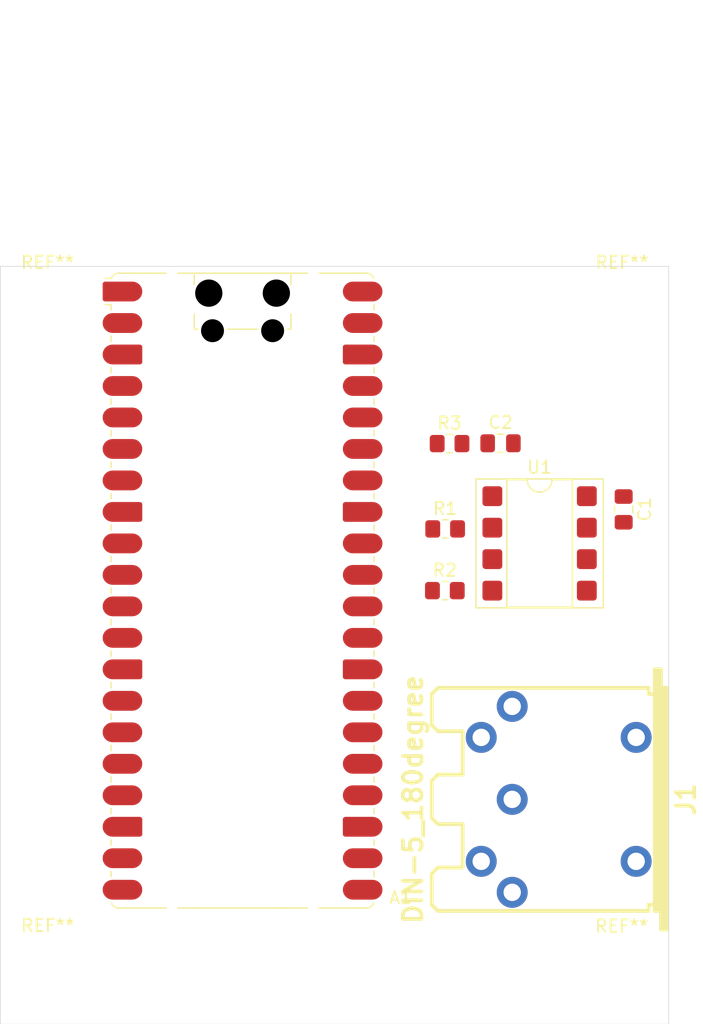
<source format=kicad_pcb>
(kicad_pcb (version 20241229) (generator "pcbnew") (generator_version "9.0")
  (layers (0 "F.Cu" signal) (2 "B.Cu" signal) (13 "F.Paste" user) (15 "B.Paste" user) (5 "F.SilkS" user "F.Silkscreen") (7 "B.SilkS" user "B.Silkscreen") (1 "F.Mask" user) (3 "B.Mask" user) (25 "Edge.Cuts" user))
  (net 0 "")
  (net 3 "+5V")
  (net 8 "Net-(A1-GND-Pad13)")
  (net 18 "KC87_REC_PICO")
  (net 24 "RECORD_SIGNAL")
  (net 35 "GND")
  (net 38 "PLAY_SINGAL")
  (net 40 "Net-(U1-1IN-)")
  (net 41 "+3.3V")
  (footprint "Resistor_SMD:R_0805_2012Metric_Pad1.20x1.40mm_HandSolder" (layer "F.Cu") (at 145.288 107.4166)
    (property "Reference" "R2" (at 0 -1.65 0) (layer "F.SilkS"))
    (property "Value" "1k")
    (fp_line (start -0.227064 -0.735) (end 0.227064 -0.735) (stroke (width 0.12)) (layer "F.SilkS"))
    (fp_line (start -0.227064 0.735) (end 0.227064 0.735) (stroke (width 0.12)) (layer "F.SilkS"))
    (pad "1" smd roundrect (at -1 0) (size 1.2 1.4) (layers "F.Cu" "F.Mask" "F.Paste") (roundrect_rratio 0.208333) (net 40 "Net-(U1-1IN-)"))
    (pad "2" smd roundrect (at 1 0) (size 1.2 1.4) (layers "F.Cu" "F.Mask" "F.Paste") (roundrect_rratio 0.208333) (net 35 "GND"))
  )
  (footprint "Resistor_SMD:R_0805_2012Metric_Pad1.20x1.40mm_HandSolder" (layer "F.Cu") (at 145.669 95.5548)
    (property "Reference" "R3" (at 0 -1.65 0) (layer "F.SilkS"))
    (property "Value" "10k")
    (fp_line (start -0.227064 -0.735) (end 0.227064 -0.735) (stroke (width 0.12)) (layer "F.SilkS"))
    (fp_line (start -0.227064 0.735) (end 0.227064 0.735) (stroke (width 0.12)) (layer "F.SilkS"))
    (pad "1" smd roundrect (at -1 0) (size 1.2 1.4) (layers "F.Cu" "F.Mask" "F.Paste") (roundrect_rratio 0.208333) (net 41 "+3.3V"))
    (pad "2" smd roundrect (at 1 0) (size 1.2 1.4) (layers "F.Cu" "F.Mask" "F.Paste") (roundrect_rratio 0.208333) (net 18 "KC87_REC_PICO"))
  )
  (footprint "Capacitor_SMD:C_0805_2012Metric_Pad1.18x1.45mm_HandSolder" (layer "F.Cu") (at 149.7799 95.5294)
    (property "Reference" "C2" (at 0 -1.68 0) (layer "F.SilkS"))
    (property "Value" "100p")
    (fp_line (start -0.261252 -0.735) (end 0.261252 -0.735) (stroke (width 0.12)) (layer "F.SilkS"))
    (fp_line (start -0.261252 0.735) (end 0.261252 0.735) (stroke (width 0.12)) (layer "F.SilkS"))
    (pad "1" smd roundrect (at -1.0375 0) (size 1.175 1.45) (layers "F.Cu" "F.Mask" "F.Paste") (roundrect_rratio 0.212766) (net 18 "KC87_REC_PICO"))
    (pad "2" smd roundrect (at 1.0375 0) (size 1.175 1.45) (layers "F.Cu" "F.Mask" "F.Paste") (roundrect_rratio 0.212766) (net 35 "GND"))
  )
  (footprint "MountingHole:MountingHole_3.2mm_M3" (layer "F.Cu") (at 159.5882 85.09)
    (property "Reference" "REF**" (at 0 -4.15 0) (layer "F.SilkS"))
    (property "Value" "MountingHole_3.2mm_M3" (hide yes))
    (pad "" np_thru_hole circle (at 0 0) (size 3.2 3.2) (drill 3.2) (layers "*.Cu" "*.Mask"))
  )
  (footprint "MountingHole:MountingHole_3.2mm_M3" (layer "F.Cu") (at 159.5628 138.6332)
    (property "Reference" "REF**" (at 0 -4.15 0) (layer "F.SilkS"))
    (property "Value" "MountingHole_3.2mm_M3" (hide yes))
    (pad "" np_thru_hole circle (at 0 0) (size 3.2 3.2) (drill 3.2) (layers "*.Cu" "*.Mask"))
  )
  (footprint "Resistor_SMD:R_0805_2012Metric_Pad1.20x1.40mm_HandSolder" (layer "F.Cu") (at 145.3134 102.4382)
    (property "Reference" "R1" (at 0 -1.65 0) (layer "F.SilkS"))
    (property "Value" "82k")
    (fp_line (start -0.227064 -0.735) (end 0.227064 -0.735) (stroke (width 0.12)) (layer "F.SilkS"))
    (fp_line (start -0.227064 0.735) (end 0.227064 0.735) (stroke (width 0.12)) (layer "F.SilkS"))
    (pad "1" smd roundrect (at -1 0) (size 1.2 1.4) (layers "F.Cu" "F.Mask" "F.Paste") (roundrect_rratio 0.208333) (net 3 "+5V"))
    (pad "2" smd roundrect (at 1 0) (size 1.2 1.4) (layers "F.Cu" "F.Mask" "F.Paste") (roundrect_rratio 0.208333) (net 40 "Net-(U1-1IN-)"))
  )
  (footprint "Package_DIP:DIP-8_W7.62mm_SMDSocket_SmallPads" (layer "F.Cu") (at 152.9334 103.6066)
    (property "Reference" "U1" (at 0 -6.14 0) (layer "F.SilkS"))
    (property "Value" "LM293P")
    (fp_line (start -2.65 -5.14) (end -2.65 5.14) (stroke (width 0.12)) (layer "F.SilkS"))
    (fp_line (start -2.65 5.14) (end 2.65 5.14) (stroke (width 0.12)) (layer "F.SilkS"))
    (fp_line (start -1 -5.14) (end -2.65 -5.14) (stroke (width 0.12)) (layer "F.SilkS"))
    (fp_line (start 2.65 -5.14) (end 1 -5.14) (stroke (width 0.12)) (layer "F.SilkS"))
    (fp_line (start 2.65 5.14) (end 2.65 -5.14) (stroke (width 0.12)) (layer "F.SilkS"))
    (fp_rect (start -5.14 -5.2) (end 5.14 5.2) (stroke (width 0.12)) (fill no) (layer "F.SilkS"))
    (fp_arc (start 1 -5.14) (mid 0 -4.14) (end -1 -5.14) (stroke (width 0.12)) (layer "F.SilkS"))
    (pad "1" smd roundrect (at -3.81 -3.81) (size 1.6 1.6) (layers "F.Cu" "F.Mask" "F.Paste") (roundrect_rratio 0.15625) (net 18 "KC87_REC_PICO"))
    (pad "2" smd roundrect (at -3.81 -1.27) (size 1.6 1.6) (layers "F.Cu" "F.Mask" "F.Paste") (roundrect_rratio 0.15625) (net 40 "Net-(U1-1IN-)"))
    (pad "3" smd roundrect (at -3.81 1.27) (size 1.6 1.6) (layers "F.Cu" "F.Mask" "F.Paste") (roundrect_rratio 0.15625) (net 24 "RECORD_SIGNAL"))
    (pad "4" smd roundrect (at -3.81 3.81) (size 1.6 1.6) (layers "F.Cu" "F.Mask" "F.Paste") (roundrect_rratio 0.15625) (net 35 "GND"))
    (pad "5" smd roundrect (at 3.81 3.81) (size 1.6 1.6) (layers "F.Cu" "F.Mask" "F.Paste") (roundrect_rratio 0.15625) (net 35 "GND"))
    (pad "6" smd roundrect (at 3.81 1.27) (size 1.6 1.6) (layers "F.Cu" "F.Mask" "F.Paste") (roundrect_rratio 0.15625) (net 35 "GND"))
    (pad "7" smd roundrect (at 3.81 -1.27) (size 1.6 1.6) (layers "F.Cu" "F.Mask" "F.Paste") (roundrect_rratio 0.15625))
    (pad "8" smd roundrect (at 3.81 -3.81) (size 1.6 1.6) (layers "F.Cu" "F.Mask" "F.Paste") (roundrect_rratio 0.15625) (net 3 "+5V"))
  )
  (footprint "connector_tk:din-5" (layer "F.Cu") (at 153.7236 124.2568 90)
    (property "Reference" "J1" (at 0 11 90) (layer "F.SilkS") (effects (font (size 1.5 1.5) (thickness 0.3))))
    (property "Value" "DIN-5_180degree" (at 0 -11 90) (layer "F.SilkS") (effects (font (size 1.5 1.5) (thickness 0.3))))
    (fp_line (start 8.49884 -9.4996) (end 6.49986 -9.4996) (stroke (width 0.3048)) (layer "F.SilkS"))
    (fp_line (start 6.49986 -9.4996) (end 5.99948 -9.4996) (stroke (width 0.3048)) (layer "F.SilkS"))
    (fp_line (start 5.99948 -9.4996) (end 5.4991 -8.99922) (stroke (width 0.3048)) (layer "F.SilkS"))
    (fp_line (start 1.50114 -9.4996) (end 1.99898 -8.99922) (stroke (width 0.3048)) (layer "F.SilkS"))
    (fp_line (start -1.50114 -9.4996) (end 1.50114 -9.4996) (stroke (width 0.3048)) (layer "F.SilkS"))
    (fp_line (start -1.50114 -9.4996) (end -1.99898 -8.99922) (stroke (width 0.3048)) (layer "F.SilkS"))
    (fp_line (start -5.99948 -9.4996) (end -5.4991 -8.99922) (stroke (width 0.3048)) (layer "F.SilkS"))
    (fp_line (start -8.49884 -9.4996) (end -5.99948 -9.4996) (stroke (width 0.3048)) (layer "F.SilkS"))
    (fp_line (start 8.99922 -8.99922) (end 8.49884 -9.4996) (stroke (width 0.3048)) (layer "F.SilkS"))
    (fp_line (start 8.99922 -8.99922) (end 8.99922 8.001) (stroke (width 0.3048)) (layer "F.SilkS"))
    (fp_line (start 5.4991 -8.99922) (end 5.4991 -7.00024) (stroke (width 0.3048)) (layer "F.SilkS"))
    (fp_line (start 1.99898 -8.99922) (end 1.99898 -7.00024) (stroke (width 0.3048)) (layer "F.SilkS"))
    (fp_line (start -1.99898 -8.99922) (end -1.99898 -7.00024) (stroke (width 0.3048)) (layer "F.SilkS"))
    (fp_line (start -5.4991 -8.99922) (end -5.4991 -7.00024) (stroke (width 0.3048)) (layer "F.SilkS"))
    (fp_line (start -8.99922 -8.99922) (end -8.49884 -9.4996) (stroke (width 0.3048)) (layer "F.SilkS"))
    (fp_line (start -8.99922 -8.99922) (end -8.99922 8.001) (stroke (width 0.3048)) (layer "F.SilkS"))
    (fp_line (start 5.4991 -7.00024) (end 1.99898 -7.00024) (stroke (width 0.3048)) (layer "F.SilkS"))
    (fp_line (start -5.4991 -7.00024) (end -1.99898 -7.00024) (stroke (width 0.3048)) (layer "F.SilkS"))
    (fp_line (start 8.99922 8.001) (end 8.49884 8.001) (stroke (width 0.3048)) (layer "F.SilkS"))
    (fp_line (start -8.49884 8.001) (end -8.49884 8.49884) (stroke (width 0.3048)) (layer "F.SilkS"))
    (fp_line (start -8.99922 8.001) (end -8.49884 8.001) (stroke (width 0.3048)) (layer "F.SilkS"))
    (fp_line (start 10.50036 8.49884) (end 10.50036 8.99922) (stroke (width 0.3048)) (layer "F.SilkS"))
    (fp_line (start 8.49884 8.49884) (end 8.49884 8.001) (stroke (width 0.3048)) (layer "F.SilkS"))
    (fp_line (start -8.99922 8.49884) (end 10.50036 8.49884) (stroke (width 0.3048)) (layer "F.SilkS"))
    (fp_line (start -8.99922 8.7503) (end 10.50036 8.7503) (stroke (width 0.3048)) (layer "F.SilkS"))
    (fp_line (start 10.50036 8.99922) (end 8.99922 8.99922) (stroke (width 0.3048)) (layer "F.SilkS"))
    (fp_line (start 8.99922 8.99922) (end -8.99922 8.99922) (stroke (width 0.3048)) (layer "F.SilkS"))
    (fp_line (start 8.99922 8.99922) (end 8.99922 9.4996) (stroke (width 0.3048)) (layer "F.SilkS"))
    (fp_line (start -8.99922 8.99922) (end -8.99922 8.49884) (stroke (width 0.3048)) (layer "F.SilkS"))
    (fp_line (start -10.50036 8.99922) (end -8.99922 8.99922) (stroke (width 0.3048)) (layer "F.SilkS"))
    (fp_line (start -10.50036 9.25068) (end 8.99922 9.25068) (stroke (width 0.3048)) (layer "F.SilkS"))
    (fp_line (start 8.99922 9.4996) (end -10.50036 9.4996) (stroke (width 0.3048)) (layer "F.SilkS"))
    (fp_line (start -10.50036 9.4996) (end -10.50036 8.99922) (stroke (width 0.3048)) (layer "F.SilkS"))
    (pad "1" thru_hole circle (at 7.5 -3 90) (size 2.5 2.5) (drill 1.4) (layers "*.Cu" "*.Mask") (net 24 "RECORD_SIGNAL"))
    (pad "2" thru_hole circle (at 0 -3 90) (size 2.5 2.5) (drill 1.4) (layers "*.Cu" "*.Mask") (net 35 "GND"))
    (pad "3" thru_hole circle (at -7.5 -3 90) (size 2.5 2.5) (drill 1.4) (layers "*.Cu" "*.Mask") (net 38 "PLAY_SINGAL"))
    (pad "4" thru_hole circle (at 5 -5.5 90) (size 2.5 2.5) (drill 1.4) (layers "*.Cu" "*.Mask"))
    (pad "5" thru_hole circle (at -5 -5.5 90) (size 2.5 2.5) (drill 1.4) (layers "*.Cu" "*.Mask"))
    (pad "6" thru_hole circle (at -5 7 90) (size 2.5 2.5) (drill 1.4) (layers "*.Cu" "*.Mask"))
    (pad "6" thru_hole circle (at 5 7 90) (size 2.5 2.5) (drill 1.4) (layers "*.Cu" "*.Mask"))
  )
  (footprint "MountingHole:MountingHole_3.2mm_M3" (layer "F.Cu") (at 113.2332 85.09)
    (property "Reference" "REF**" (at 0 -4.15 0) (layer "F.SilkS"))
    (property "Value" "MountingHole_3.2mm_M3" (hide yes))
    (pad "" np_thru_hole circle (at 0 0) (size 3.2 3.2) (drill 3.2) (layers "*.Cu" "*.Mask"))
  )
  (footprint "MountingHole:MountingHole_3.2mm_M3" (layer "F.Cu") (at 113.2586 138.5824)
    (property "Reference" "REF**" (at 0 -4.15 0) (layer "F.SilkS"))
    (property "Value" "MountingHole_3.2mm_M3" (hide yes))
    (pad "" np_thru_hole circle (at 0 0) (size 3.2 3.2) (drill 3.2) (layers "*.Cu" "*.Mask"))
  )
  (footprint "Module:RaspberryPi_Pico_Common_SMD" (layer "F.Cu") (at 128.9686 107.4166)
    (property "Reference" "A1" (at 11.7475 24.765 0) (layer "F.SilkS") (effects (justify left)))
    (property "Value" "RaspberryPi_Pico")
    (fp_line (start -10.61 -23.07) (end -11.09 -23.07) (stroke (width 0.12)) (layer "F.SilkS"))
    (fp_line (start -10.61 -23.07) (end -10.61 -22.65) (stroke (width 0.12)) (layer "F.SilkS"))
    (fp_line (start -10.61 -20.53) (end -10.61 -20.11) (stroke (width 0.12)) (layer "F.SilkS"))
    (fp_line (start -10.61 -17.99) (end -10.61 -17.57) (stroke (width 0.12)) (layer "F.SilkS"))
    (fp_line (start -10.61 -15.45) (end -10.61 -15.03) (stroke (width 0.12)) (layer "F.SilkS"))
    (fp_line (start -10.61 -12.91) (end -10.61 -12.49) (stroke (width 0.12)) (layer "F.SilkS"))
    (fp_line (start -10.61 -10.37) (end -10.61 -9.95) (stroke (width 0.12)) (layer "F.SilkS"))
    (fp_line (start -10.61 -7.83) (end -10.61 -7.41) (stroke (width 0.12)) (layer "F.SilkS"))
    (fp_line (start -10.61 -5.29) (end -10.61 -4.87) (stroke (width 0.12)) (layer "F.SilkS"))
    (fp_line (start -10.61 -2.75) (end -10.61 -2.33) (stroke (width 0.12)) (layer "F.SilkS"))
    (fp_line (start -10.61 -0.21) (end -10.61 0.21) (stroke (width 0.12)) (layer "F.SilkS"))
    (fp_line (start -10.61 2.33) (end -10.61 2.75) (stroke (width 0.12)) (layer "F.SilkS"))
    (fp_line (start -10.61 4.87) (end -10.61 5.29) (stroke (width 0.12)) (layer "F.SilkS"))
    (fp_line (start -10.61 7.41) (end -10.61 7.83) (stroke (width 0.12)) (layer "F.SilkS"))
    (fp_line (start -10.61 9.95) (end -10.61 10.37) (stroke (width 0.12)) (layer "F.SilkS"))
    (fp_line (start -10.61 12.49) (end -10.61 12.91) (stroke (width 0.12)) (layer "F.SilkS"))
    (fp_line (start -10.61 15.03) (end -10.61 15.45) (stroke (width 0.12)) (layer "F.SilkS"))
    (fp_line (start -10.61 17.57) (end -10.61 17.99) (stroke (width 0.12)) (layer "F.SilkS"))
    (fp_line (start -10.61 20.11) (end -10.61 20.53) (stroke (width 0.12)) (layer "F.SilkS"))
    (fp_line (start -10.61 22.65) (end -10.61 23.07) (stroke (width 0.12)) (layer "F.SilkS"))
    (fp_line (start -10.579676 -25.19) (end -11.09 -25.19) (stroke (width 0.12)) (layer "F.SilkS"))
    (fp_line (start -10 -25.61) (end -7.51 -25.61) (stroke (width 0.12)) (layer "F.SilkS"))
    (fp_line (start -10 25.61) (end -6.162061 25.61) (stroke (width 0.12)) (layer "F.SilkS"))
    (fp_line (start -7.51 -25.61) (end -6.16206 -25.61) (stroke (width 0.12)) (layer "F.SilkS"))
    (fp_line (start -5.237939 -25.61) (end -4.235 -25.61) (stroke (width 0.12)) (layer "F.SilkS"))
    (fp_line (start -4.235 -25.61) (end 4.235 -25.61) (stroke (width 0.12)) (layer "F.SilkS"))
    (fp_line (start -3.9 -25.61) (end -3.9 -24.694) (stroke (width 0.12)) (layer "F.SilkS"))
    (fp_line (start -3.9 -22.306) (end -3.9 -21.09) (stroke (width 0.12)) (layer "F.SilkS"))
    (fp_line (start -3.9 -21.09) (end -3.60391 -21.09) (stroke (width 0.12)) (layer "F.SilkS"))
    (fp_line (start -3.6 25.61) (end -5.237939 25.61) (stroke (width 0.12)) (layer "F.SilkS"))
    (fp_line (start -1.24609 -21.09) (end 1.24609 -21.09) (stroke (width 0.12)) (layer "F.SilkS"))
    (fp_line (start 3.6 25.61) (end -3.6 25.61) (stroke (width 0.12)) (layer "F.SilkS"))
    (fp_line (start 3.60391 -21.09) (end 3.9 -21.09) (stroke (width 0.12)) (layer "F.SilkS"))
    (fp_line (start 3.9 -25.61) (end 3.9 -24.694) (stroke (width 0.12)) (layer "F.SilkS"))
    (fp_line (start 3.9 -22.306) (end 3.9 -21.09) (stroke (width 0.12)) (layer "F.SilkS"))
    (fp_line (start 4.235 -25.61) (end 5.237939 -25.61) (stroke (width 0.12)) (layer "F.SilkS"))
    (fp_line (start 5.237939 25.61) (end 3.6 25.61) (stroke (width 0.12)) (layer "F.SilkS"))
    (fp_line (start 6.162061 -25.61) (end 7.51 -25.61) (stroke (width 0.12)) (layer "F.SilkS"))
    (fp_line (start 6.162061 25.61) (end 10 25.61) (stroke (width 0.12)) (layer "F.SilkS"))
    (fp_line (start 10 -25.61) (end 7.51 -25.61) (stroke (width 0.12)) (layer "F.SilkS"))
    (fp_line (start 10.61 -23.07) (end 10.61 -22.65) (stroke (width 0.12)) (layer "F.SilkS"))
    (fp_line (start 10.61 -20.53) (end 10.61 -20.11) (stroke (width 0.12)) (layer "F.SilkS"))
    (fp_line (start 10.61 -17.99) (end 10.61 -17.57) (stroke (width 0.12)) (layer "F.SilkS"))
    (fp_line (start 10.61 -15.45) (end 10.61 -15.03) (stroke (width 0.12)) (layer "F.SilkS"))
    (fp_line (start 10.61 -12.91) (end 10.61 -12.49) (stroke (width 0.12)) (layer "F.SilkS"))
    (fp_line (start 10.61 -10.37) (end 10.61 -9.95) (stroke (width 0.12)) (layer "F.SilkS"))
    (fp_line (start 10.61 -7.83) (end 10.61 -7.41) (stroke (width 0.12)) (layer "F.SilkS"))
    (fp_line (start 10.61 -5.29) (end 10.61 -4.87) (stroke (width 0.12)) (layer "F.SilkS"))
    (fp_line (start 10.61 -2.75) (end 10.61 -2.33) (stroke (width 0.12)) (layer "F.SilkS"))
    (fp_line (start 10.61 -0.21) (end 10.61 0.21) (stroke (width 0.12)) (layer "F.SilkS"))
    (fp_line (start 10.61 2.33) (end 10.61 2.75) (stroke (width 0.12)) (layer "F.SilkS"))
    (fp_line (start 10.61 4.87) (end 10.61 5.29) (stroke (width 0.12)) (layer "F.SilkS"))
    (fp_line (start 10.61 7.41) (end 10.61 7.83) (stroke (width 0.12)) (layer "F.SilkS"))
    (fp_line (start 10.61 9.95) (end 10.61 10.37) (stroke (width 0.12)) (layer "F.SilkS"))
    (fp_line (start 10.61 12.49) (end 10.61 12.91) (stroke (width 0.12)) (layer "F.SilkS"))
    (fp_line (start 10.61 15.03) (end 10.61 15.45) (stroke (width 0.12)) (layer "F.SilkS"))
    (fp_line (start 10.61 17.57) (end 10.61 17.99) (stroke (width 0.12)) (layer "F.SilkS"))
    (fp_line (start 10.61 20.11) (end 10.61 20.53) (stroke (width 0.12)) (layer "F.SilkS"))
    (fp_line (start 10.61 22.65) (end 10.61 23.07) (stroke (width 0.12)) (layer "F.SilkS"))
    (fp_arc (start -10.579676 -25.19) (mid -10.357938 -25.493944) (end -10 -25.61) (stroke (width 0.12)) (layer "F.SilkS"))
    (fp_arc (start -10 25.61) (mid -10.357937 25.493944) (end -10.579676 25.189937) (stroke (width 0.12)) (layer "F.SilkS"))
    (fp_arc (start 10 -25.61) (mid 10.357937 -25.493944) (end 10.579676 -25.189937) (stroke (width 0.12)) (layer "F.SilkS"))
    (fp_arc (start 10.579676 25.189937) (mid 10.357946 25.493957) (end 10 25.61) (stroke (width 0.12)) (layer "F.SilkS"))
    (pad "" smd rect (at -8.89 -24.13) (size 3.8 2.2) (drill (offset -0.8 0)) (layers "F.Paste"))
    (pad "" smd rect (at -8.89 -21.59) (size 3.8 2.2) (drill (offset -0.8 0)) (layers "F.Paste"))
    (pad "" smd rect (at -8.89 -19.05) (size 3.8 2.2) (drill (offset -0.8 0)) (layers "F.Paste"))
    (pad "" smd rect (at -8.89 -16.51) (size 3.8 2.2) (drill (offset -0.8 0)) (layers "F.Paste"))
    (pad "" smd rect (at -8.89 -13.97) (size 3.8 2.2) (drill (offset -0.8 0)) (layers "F.Paste"))
    (pad "" smd rect (at -8.89 -11.43) (size 3.8 2.2) (drill (offset -0.8 0)) (layers "F.Paste"))
    (pad "" smd rect (at -8.89 -8.89) (size 3.8 2.2) (drill (offset -0.8 0)) (layers "F.Paste"))
    (pad "" smd rect (at -8.89 -6.35) (size 3.8 2.2) (drill (offset -0.8 0)) (layers "F.Paste"))
    (pad "" smd rect (at -8.89 -3.81) (size 3.8 2.2) (drill (offset -0.8 0)) (layers "F.Paste"))
    (pad "" smd rect (at -8.89 -1.27) (size 3.8 2.2) (drill (offset -0.8 0)) (layers "F.Paste"))
    (pad "" smd rect (at -8.89 1.27) (size 3.8 2.2) (drill (offset -0.8 0)) (layers "F.Paste"))
    (pad "" smd rect (at -8.89 3.81) (size 3.8 2.2) (drill (offset -0.8 0)) (layers "F.Paste"))
    (pad "" smd rect (at -8.89 6.35) (size 3.8 2.2) (drill (offset -0.8 0)) (layers "F.Paste"))
    (pad "" smd rect (at -8.89 8.89) (size 3.8 2.2) (drill (offset -0.8 0)) (layers "F.Paste"))
    (pad "" smd rect (at -8.89 11.43) (size 3.8 2.2) (drill (offset -0.8 0)) (layers "F.Paste"))
    (pad "" smd rect (at -8.89 13.97) (size 3.8 2.2) (drill (offset -0.8 0)) (layers "F.Paste"))
    (pad "" smd rect (at -8.89 16.51) (size 3.8 2.2) (drill (offset -0.8 0)) (layers "F.Paste"))
    (pad "" smd rect (at -8.89 19.05) (size 3.8 2.2) (drill (offset -0.8 0)) (layers "F.Paste"))
    (pad "" smd rect (at -8.89 21.59) (size 3.8 2.2) (drill (offset -0.8 0)) (layers "F.Paste"))
    (pad "" smd rect (at -8.89 24.13) (size 3.8 2.2) (drill (offset -0.8 0)) (layers "F.Paste"))
    (pad "" np_thru_hole circle (at -2.725 -24) (size 2.2 2.2) (drill 2.2) (layers "*.Mask"))
    (pad "" np_thru_hole circle (at -2.425 -20.97) (size 1.85 1.85) (drill 1.85) (layers "*.Mask"))
    (pad "" np_thru_hole circle (at 2.425 -20.97) (size 1.85 1.85) (drill 1.85) (layers "*.Mask"))
    (pad "" np_thru_hole circle (at 2.725 -24) (size 2.2 2.2) (drill 2.2) (layers "*.Mask"))
    (pad "" smd rect (at 8.89 -24.13) (size 3.8 2.2) (drill (offset 0.8 0)) (layers "F.Paste"))
    (pad "" smd rect (at 8.89 -21.59) (size 3.8 2.2) (drill (offset 0.8 0)) (layers "F.Paste"))
    (pad "" smd rect (at 8.89 -19.05) (size 3.8 2.2) (drill (offset 0.8 0)) (layers "F.Paste"))
    (pad "" smd rect (at 8.89 -16.51) (size 3.8 2.2) (drill (offset 0.8 0)) (layers "F.Paste"))
    (pad "" smd rect (at 8.89 -13.97) (size 3.8 2.2) (drill (offset 0.8 0)) (layers "F.Paste"))
    (pad "" smd rect (at 8.89 -11.43) (size 3.8 2.2) (drill (offset 0.8 0)) (layers "F.Paste"))
    (pad "" smd rect (at 8.89 -8.89) (size 3.8 2.2) (drill (offset 0.8 0)) (layers "F.Paste"))
    (pad "" smd rect (at 8.89 -6.35) (size 3.8 2.2) (drill (offset 0.8 0)) (layers "F.Paste"))
    (pad "" smd rect (at 8.89 -3.81) (size 3.8 2.2) (drill (offset 0.8 0)) (layers "F.Paste"))
    (pad "" smd rect (at 8.89 -1.27) (size 3.8 2.2) (drill (offset 0.8 0)) (layers "F.Paste"))
    (pad "" smd rect (at 8.89 1.27) (size 3.8 2.2) (drill (offset 0.8 0)) (layers "F.Paste"))
    (pad "" smd rect (at 8.89 3.81) (size 3.8 2.2) (drill (offset 0.8 0)) (layers "F.Paste"))
    (pad "" smd rect (at 8.89 6.35) (size 3.8 2.2) (drill (offset 0.8 0)) (layers "F.Paste"))
    (pad "" smd rect (at 8.89 8.89) (size 3.8 2.2) (drill (offset 0.8 0)) (layers "F.Paste"))
    (pad "" smd rect (at 8.89 11.43) (size 3.8 2.2) (drill (offset 0.8 0)) (layers "F.Paste"))
    (pad "" smd rect (at 8.89 13.97) (size 3.8 2.2) (drill (offset 0.8 0)) (layers "F.Paste"))
    (pad "" smd rect (at 8.89 16.51) (size 3.8 2.2) (drill (offset 0.8 0)) (layers "F.Paste"))
    (pad "" smd rect (at 8.89 19.05) (size 3.8 2.2) (drill (offset 0.8 0)) (layers "F.Paste"))
    (pad "" smd rect (at 8.89 21.59) (size 3.8 2.2) (drill (offset 0.8 0)) (layers "F.Paste"))
    (pad "" smd rect (at 8.89 24.13) (size 3.8 2.2) (drill (offset 0.8 0)) (layers "F.Paste"))
    (pad "1" smd custom (at -9.69 -24.13) (size 1.6 0.8) (layers "F.Cu" "F.Mask") (options (clearance outline) (anchor rect)) (primitives (gr_circle (center 0.8 0) (end 1.6 0) (width 0) (fill yes)) (gr_poly (pts (xy -1.6 -0.6) (xy -1.6 0.6) (xy -1.4 0.8) (xy 0.8 0.8) (xy 0.8 -0.8) (xy -1.4 -0.8)) (width 0) (fill yes)) (gr_circle (center -1.4 -0.6) (end -1.2 -0.6) (width 0) (fill yes)) (gr_circle (center -1.4 0.6) (end -1.2 0.6) (width 0) (fill yes))))
    (pad "2" smd roundrect (at -9.69 -21.59) (size 3.2 1.6) (layers "F.Cu" "F.Mask") (roundrect_rratio 0.5))
    (pad "3" smd custom (at -9.69 -19.05) (size 1.6 0.8) (layers "F.Cu" "F.Mask") (net 8 "Net-(A1-GND-Pad13)") (options (clearance outline) (anchor rect)) (primitives (gr_circle (center -0.8 0) (end 0 0) (width 0) (fill yes)) (gr_poly (pts (xy 1.6 -0.6) (xy 1.6 0.6) (xy 1.4 0.8) (xy -0.8 0.8) (xy -0.8 -0.8) (xy 1.4 -0.8)) (width 0) (fill yes)) (gr_circle (center 1.4 -0.6) (end 1.6 -0.6) (width 0) (fill yes)) (gr_circle (center 1.4 0.6) (end 1.6 0.6) (width 0) (fill yes))))
    (pad "4" smd roundrect (at -9.69 -16.51) (size 3.2 1.6) (layers "F.Cu" "F.Mask") (roundrect_rratio 0.5))
    (pad "5" smd roundrect (at -9.69 -13.97) (size 3.2 1.6) (layers "F.Cu" "F.Mask") (roundrect_rratio 0.5))
    (pad "6" smd roundrect (at -9.69 -11.43) (size 3.2 1.6) (layers "F.Cu" "F.Mask") (roundrect_rratio 0.5))
    (pad "7" smd roundrect (at -9.69 -8.89) (size 3.2 1.6) (layers "F.Cu" "F.Mask") (roundrect_rratio 0.5))
    (pad "8" smd custom (at -9.69 -6.35) (size 1.6 0.8) (layers "F.Cu" "F.Mask") (net 8 "Net-(A1-GND-Pad13)") (options (clearance outline) (anchor rect)) (primitives (gr_circle (center -0.8 0) (end 0 0) (width 0) (fill yes)) (gr_poly (pts (xy 1.6 -0.6) (xy 1.6 0.6) (xy 1.4 0.8) (xy -0.8 0.8) (xy -0.8 -0.8) (xy 1.4 -0.8)) (width 0) (fill yes)) (gr_circle (center 1.4 -0.6) (end 1.6 -0.6) (width 0) (fill yes)) (gr_circle (center 1.4 0.6) (end 1.6 0.6) (width 0) (fill yes))))
    (pad "9" smd roundrect (at -9.69 -3.81) (size 3.2 1.6) (layers "F.Cu" "F.Mask") (roundrect_rratio 0.5))
    (pad "10" smd roundrect (at -9.69 -1.27) (size 3.2 1.6) (layers "F.Cu" "F.Mask") (roundrect_rratio 0.5))
    (pad "11" smd roundrect (at -9.69 1.27) (size 3.2 1.6) (layers "F.Cu" "F.Mask") (roundrect_rratio 0.5))
    (pad "12" smd roundrect (at -9.69 3.81) (size 3.2 1.6) (layers "F.Cu" "F.Mask") (roundrect_rratio 0.5))
    (pad "13" smd custom (at -9.69 6.35) (size 1.6 0.8) (layers "F.Cu" "F.Mask") (net 8 "Net-(A1-GND-Pad13)") (options (clearance outline) (anchor rect)) (primitives (gr_circle (center -0.8 0) (end 0 0) (width 0) (fill yes)) (gr_poly (pts (xy 1.6 -0.6) (xy 1.6 0.6) (xy 1.4 0.8) (xy -0.8 0.8) (xy -0.8 -0.8) (xy 1.4 -0.8)) (width 0) (fill yes)) (gr_circle (center 1.4 -0.6) (end 1.6 -0.6) (width 0) (fill yes)) (gr_circle (center 1.4 0.6) (end 1.6 0.6) (width 0) (fill yes))))
    (pad "14" smd roundrect (at -9.69 8.89) (size 3.2 1.6) (layers "F.Cu" "F.Mask") (roundrect_rratio 0.5) (net 18 "KC87_REC_PICO"))
    (pad "15" smd roundrect (at -9.69 11.43) (size 3.2 1.6) (layers "F.Cu" "F.Mask") (roundrect_rratio 0.5))
    (pad "16" smd roundrect (at -9.69 13.97) (size 3.2 1.6) (layers "F.Cu" "F.Mask") (roundrect_rratio 0.5))
    (pad "17" smd roundrect (at -9.69 16.51) (size 3.2 1.6) (layers "F.Cu" "F.Mask") (roundrect_rratio 0.5))
    (pad "18" smd custom (at -9.69 19.05) (size 1.6 0.8) (layers "F.Cu" "F.Mask") (net 8 "Net-(A1-GND-Pad13)") (options (clearance outline) (anchor rect)) (primitives (gr_circle (center -0.8 0) (end 0 0) (width 0) (fill yes)) (gr_poly (pts (xy 1.6 -0.6) (xy 1.6 0.6) (xy 1.4 0.8) (xy -0.8 0.8) (xy -0.8 -0.8) (xy 1.4 -0.8)) (width 0) (fill yes)) (gr_circle (center 1.4 -0.6) (end 1.6 -0.6) (width 0) (fill yes)) (gr_circle (center 1.4 0.6) (end 1.6 0.6) (width 0) (fill yes))))
    (pad "19" smd roundrect (at -9.69 21.59) (size 3.2 1.6) (layers "F.Cu" "F.Mask") (roundrect_rratio 0.5))
    (pad "20" smd roundrect (at -9.69 24.13) (size 3.2 1.6) (layers "F.Cu" "F.Mask") (roundrect_rratio 0.5))
    (pad "21" smd roundrect (at 9.69 24.13) (size 3.2 1.6) (layers "F.Cu" "F.Mask") (roundrect_rratio 0.5))
    (pad "22" smd roundrect (at 9.69 21.59) (size 3.2 1.6) (layers "F.Cu" "F.Mask") (roundrect_rratio 0.5))
    (pad "23" smd custom (at 9.69 19.05) (size 1.6 0.8) (layers "F.Cu" "F.Mask") (net 8 "Net-(A1-GND-Pad13)") (options (clearance outline) (anchor rect)) (primitives (gr_circle (center 0.8 0) (end 1.6 0) (width 0) (fill yes)) (gr_poly (pts (xy -1.6 -0.6) (xy -1.6 0.6) (xy -1.4 0.8) (xy 0.8 0.8) (xy 0.8 -0.8) (xy -1.4 -0.8)) (width 0) (fill yes)) (gr_circle (center -1.4 -0.6) (end -1.2 -0.6) (width 0) (fill yes)) (gr_circle (center -1.4 0.6) (end -1.2 0.6) (width 0) (fill yes))))
    (pad "24" smd roundrect (at 9.69 16.51) (size 3.2 1.6) (layers "F.Cu" "F.Mask") (roundrect_rratio 0.5))
    (pad "25" smd roundrect (at 9.69 13.97) (size 3.2 1.6) (layers "F.Cu" "F.Mask") (roundrect_rratio 0.5))
    (pad "26" smd roundrect (at 9.69 11.43) (size 3.2 1.6) (layers "F.Cu" "F.Mask") (roundrect_rratio 0.5))
    (pad "27" smd roundrect (at 9.69 8.89) (size 3.2 1.6) (layers "F.Cu" "F.Mask") (roundrect_rratio 0.5))
    (pad "28" smd custom (at 9.69 6.35) (size 1.6 0.8) (layers "F.Cu" "F.Mask") (net 8 "Net-(A1-GND-Pad13)") (options (clearance outline) (anchor rect)) (primitives (gr_circle (center 0.8 0) (end 1.6 0) (width 0) (fill yes)) (gr_poly (pts (xy -1.6 -0.6) (xy -1.6 0.6) (xy -1.4 0.8) (xy 0.8 0.8) (xy 0.8 -0.8) (xy -1.4 -0.8)) (width 0) (fill yes)) (gr_circle (center -1.4 -0.6) (end -1.2 -0.6) (width 0) (fill yes)) (gr_circle (center -1.4 0.6) (end -1.2 0.6) (width 0) (fill yes))))
    (pad "29" smd roundrect (at 9.69 3.81) (size 3.2 1.6) (layers "F.Cu" "F.Mask") (roundrect_rratio 0.5))
    (pad "30" smd roundrect (at 9.69 1.27) (size 3.2 1.6) (layers "F.Cu" "F.Mask") (roundrect_rratio 0.5))
    (pad "31" smd roundrect (at 9.69 -1.27) (size 3.2 1.6) (layers "F.Cu" "F.Mask") (roundrect_rratio 0.5))
    (pad "32" smd roundrect (at 9.69 -3.81) (size 3.2 1.6) (layers "F.Cu" "F.Mask") (roundrect_rratio 0.5))
    (pad "33" smd custom (at 9.69 -6.35) (size 1.6 0.8) (layers "F.Cu" "F.Mask") (options (clearance outline) (anchor rect)) (primitives (gr_circle (center 0.8 0) (end 1.6 0) (width 0) (fill yes)) (gr_poly (pts (xy -1.6 -0.6) (xy -1.6 0.6) (xy -1.4 0.8) (xy 0.8 0.8) (xy 0.8 -0.8) (xy -1.4 -0.8)) (width 0) (fill yes)) (gr_circle (center -1.4 -0.6) (end -1.2 -0.6) (width 0) (fill yes)) (gr_circle (center -1.4 0.6) (end -1.2 0.6) (width 0) (fill yes))))
    (pad "34" smd roundrect (at 9.69 -8.89) (size 3.2 1.6) (layers "F.Cu" "F.Mask") (roundrect_rratio 0.5))
    (pad "35" smd roundrect (at 9.69 -11.43) (size 3.2 1.6) (layers "F.Cu" "F.Mask") (roundrect_rratio 0.5))
    (pad "36" smd roundrect (at 9.69 -13.97) (size 3.2 1.6) (layers "F.Cu" "F.Mask") (roundrect_rratio 0.5) (net 41 "+3.3V"))
    (pad "37" smd roundrect (at 9.69 -16.51) (size 3.2 1.6) (layers "F.Cu" "F.Mask") (roundrect_rratio 0.5))
    (pad "38" smd custom (at 9.69 -19.05) (size 1.6 0.8) (layers "F.Cu" "F.Mask") (net 8 "Net-(A1-GND-Pad13)") (options (clearance outline) (anchor rect)) (primitives (gr_circle (center 0.8 0) (end 1.6 0) (width 0) (fill yes)) (gr_poly (pts (xy -1.6 -0.6) (xy -1.6 0.6) (xy -1.4 0.8) (xy 0.8 0.8) (xy 0.8 -0.8) (xy -1.4 -0.8)) (width 0) (fill yes)) (gr_circle (center -1.4 -0.6) (end -1.2 -0.6) (width 0) (fill yes)) (gr_circle (center -1.4 0.6) (end -1.2 0.6) (width 0) (fill yes))))
    (pad "39" smd roundrect (at 9.69 -21.59) (size 3.2 1.6) (layers "F.Cu" "F.Mask") (roundrect_rratio 0.5))
    (pad "40" smd roundrect (at 9.69 -24.13) (size 3.2 1.6) (layers "F.Cu" "F.Mask") (roundrect_rratio 0.5) (net 3 "+5V"))
  )
  (footprint "Capacitor_SMD:C_0805_2012Metric_Pad1.18x1.45mm_HandSolder" (layer "F.Cu") (at 159.7152 100.8634 -90)
    (property "Reference" "C1" (at 0 -1.68 90) (layer "F.SilkS"))
    (property "Value" "100n")
    (fp_line (start -0.261252 0.735) (end 0.261252 0.735) (stroke (width 0.12)) (layer "F.SilkS"))
    (fp_line (start -0.261252 -0.735) (end 0.261252 -0.735) (stroke (width 0.12)) (layer "F.SilkS"))
    (pad "1" smd roundrect (at -1.0375 0 270) (size 1.175 1.45) (layers "F.Cu" "F.Mask" "F.Paste") (roundrect_rratio 0.212766) (net 3 "+5V"))
    (pad "2" smd roundrect (at 1.0375 0 270) (size 1.175 1.45) (layers "F.Cu" "F.Mask" "F.Paste") (roundrect_rratio 0.212766) (net 35 "GND"))
  )
  (gr_rect (start 109.4232 81.2546) (end 163.3474 142.3924) (stroke (width 0.05)) (fill no) (layer "Edge.Cuts"))
)
</source>
